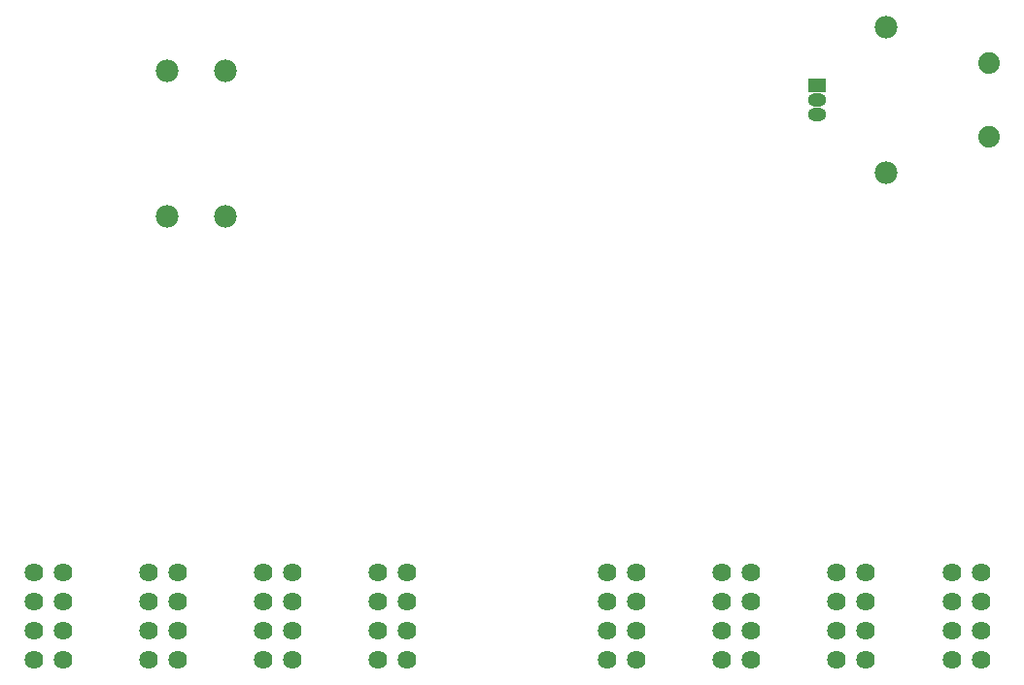
<source format=gbs>
G04 Layer: BottomSolderMaskLayer*
G04 EasyEDA v6.5.20, 2023-09-04 03:46:31*
G04 a67cddfb3fce44daa9051d46cbbcc19f,10*
G04 Gerber Generator version 0.2*
G04 Scale: 100 percent, Rotated: No, Reflected: No *
G04 Dimensions in millimeters *
G04 leading zeros omitted , absolute positions ,4 integer and 5 decimal *
%FSLAX45Y45*%
%MOMM*%

%AMMACRO1*1,1,$1,$2,$3*1,1,$1,$4,$5*1,1,$1,0-$2,0-$3*1,1,$1,0-$4,0-$5*20,1,$1,$2,$3,$4,$5,0*20,1,$1,$4,$5,0-$2,0-$3,0*20,1,$1,0-$2,0-$3,0-$4,0-$5,0*20,1,$1,0-$4,0-$5,$2,$3,0*4,1,4,$2,$3,$4,$5,0-$2,0-$3,0-$4,0-$5,$2,$3,0*%
%ADD10C,1.9812*%
%ADD11C,1.8796*%
%ADD12MACRO1,0.1016X0.75X0.535X0.75X-0.535*%
%ADD13O,1.6015970000000002X1.1716004000000002*%
%ADD14C,1.6256*%

%LPD*%
D10*
G01*
X8299983Y7364984D03*
G01*
X8299983Y8634984D03*
D11*
G01*
X9199981Y8325104D03*
G01*
X9199981Y7674863D03*
D12*
G01*
X7699984Y8126996D03*
D13*
G01*
X7699984Y7999984D03*
G01*
X7699984Y7872984D03*
D14*
G01*
X872997Y3880865D03*
G01*
X1126997Y3880865D03*
G01*
X872997Y3626865D03*
G01*
X1126997Y3626865D03*
G01*
X872997Y3372865D03*
G01*
X1126997Y3372865D03*
G01*
X872997Y3118865D03*
G01*
X1126997Y3118865D03*
G01*
X1872995Y3880865D03*
G01*
X2126995Y3880865D03*
G01*
X1872995Y3626865D03*
G01*
X2126995Y3626865D03*
G01*
X1872995Y3372865D03*
G01*
X2126995Y3372865D03*
G01*
X1872995Y3118865D03*
G01*
X2126995Y3118865D03*
G01*
X2872993Y3880865D03*
G01*
X3126993Y3880865D03*
G01*
X2872993Y3626865D03*
G01*
X3126993Y3626865D03*
G01*
X2872993Y3372865D03*
G01*
X3126993Y3372865D03*
G01*
X2872993Y3118865D03*
G01*
X3126993Y3118865D03*
G01*
X3872991Y3880865D03*
G01*
X4126991Y3880865D03*
G01*
X3872991Y3626865D03*
G01*
X4126991Y3626865D03*
G01*
X3872991Y3372865D03*
G01*
X4126991Y3372865D03*
G01*
X3872991Y3118865D03*
G01*
X4126991Y3118865D03*
G01*
X5872988Y3880865D03*
G01*
X6126988Y3880865D03*
G01*
X5872988Y3626865D03*
G01*
X6126988Y3626865D03*
G01*
X5872988Y3372865D03*
G01*
X6126988Y3372865D03*
G01*
X5872988Y3118865D03*
G01*
X6126988Y3118865D03*
G01*
X6872986Y3880865D03*
G01*
X7126986Y3880865D03*
G01*
X6872986Y3626865D03*
G01*
X7126986Y3626865D03*
G01*
X6872986Y3372865D03*
G01*
X7126986Y3372865D03*
G01*
X6872986Y3118865D03*
G01*
X7126986Y3118865D03*
G01*
X7872984Y3880865D03*
G01*
X8126984Y3880865D03*
G01*
X7872984Y3626865D03*
G01*
X8126984Y3626865D03*
G01*
X7872984Y3372865D03*
G01*
X8126984Y3372865D03*
G01*
X7872984Y3118865D03*
G01*
X8126984Y3118865D03*
G01*
X8872981Y3880865D03*
G01*
X9126981Y3880865D03*
G01*
X8872981Y3626865D03*
G01*
X9126981Y3626865D03*
G01*
X8872981Y3372865D03*
G01*
X9126981Y3372865D03*
G01*
X8872981Y3118865D03*
G01*
X9126981Y3118865D03*
D10*
G01*
X2032000Y8255000D03*
G01*
X2032000Y6985000D03*
G01*
X2540000Y8255000D03*
G01*
X2540000Y6985000D03*
M02*

</source>
